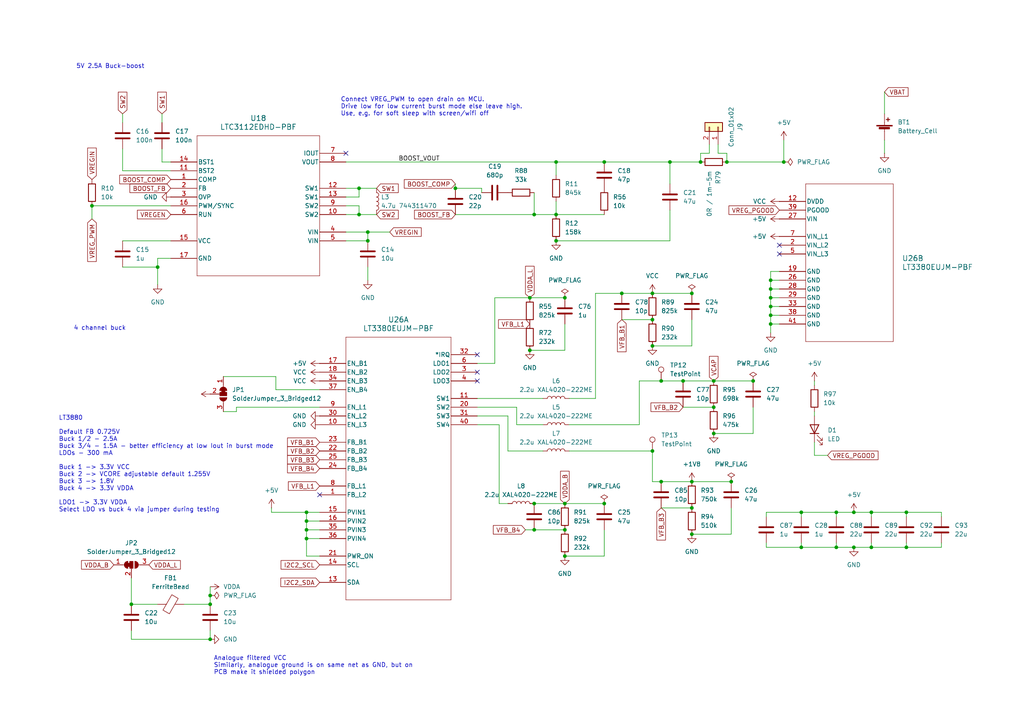
<source format=kicad_sch>
(kicad_sch (version 20231120) (generator "eeschema") (generator_version "8.0")
  (paper "A4")
  (lib_symbols
    (symbol "Connector:TestPoint" (pin_numbers hide) (pin_names (offset 0.762) hide)
      (property "Reference" "TP" (at 0 6.858 0))
      (property "Value" "TestPoint" (at 0 5.08 0))
      (symbol "TestPoint_1_1"
        (pin passive line (at 0 0 90) (length 2.54) (name "1") (number "1"))
      )
    )
    (symbol "Connector_Generic:Conn_01x02" (pin_names (offset 1.016) hide)
      (property "Reference" "J" (at 0 2.54 0))
      (property "Value" "Conn_01x02" (at 0 -5.08 0))
      (symbol "Conn_01x02_1_1"
        (pin passive line (at -5.08 0 0) (length 3.81) (name "Pin_1") (number "1"))
        (pin passive line (at -5.08 -2.54 0) (length 3.81) (name "Pin_2") (number "2"))
      )
    )
    (symbol "Device:Battery_Cell" (pin_numbers hide) (pin_names (offset 0) hide)
      (property "Reference" "BT" (at 2.54 2.54 0))
      (property "Value" "Battery_Cell" (at 2.54 0 0))
      (symbol "Battery_Cell_1_1"
        (pin passive line (at 0 5.08 270) (length 2.54) (name "+") (number "1"))
        (pin passive line (at 0 -2.54 90) (length 2.54) (name "-") (number "2"))
      )
    )
    (symbol "Device:C" (pin_numbers hide) (pin_names (offset 0.254))
      (property "Reference" "C" (at 0.635 2.54 0))
      (property "Value" "C" (at 0.635 -2.54 0))
      (symbol "C_1_1"
        (pin passive line (at 0 3.81 270) (length 2.794) (name "~") (number "1"))
        (pin passive line (at 0 -3.81 90) (length 2.794) (name "~") (number "2"))
      )
    )
    (symbol "Device:FerriteBead" (pin_numbers hide) (pin_names (offset 0))
      (property "Reference" "FB" (at -3.81 0.635 90))
      (property "Value" "FerriteBead" (at 3.81 0 90))
      (symbol "FerriteBead_1_1"
        (pin passive line (at 0 3.81 270) (length 2.54) (name "~") (number "1"))
        (pin passive line (at 0 -3.81 90) (length 2.54) (name "~") (number "2"))
      )
    )
    (symbol "Device:L" (pin_numbers hide) (pin_names (offset 1.016) hide)
      (property "Reference" "L" (at -1.27 0 90))
      (property "Value" "L" (at 1.905 0 90))
      (symbol "L_1_1"
        (pin passive line (at 0 3.81 270) (length 1.27) (name "1") (number "1"))
        (pin passive line (at 0 -3.81 90) (length 1.27) (name "2") (number "2"))
      )
    )
    (symbol "Device:LED" (pin_numbers hide) (pin_names (offset 1.016) hide)
      (property "Reference" "D" (at 0 2.54 0))
      (property "Value" "LED" (at 0 -2.54 0))
      (symbol "LED_1_1"
        (pin passive line (at -3.81 0 0) (length 2.54) (name "K") (number "1"))
        (pin passive line (at 3.81 0 180) (length 2.54) (name "A") (number "2"))
      )
    )
    (symbol "Device:R" (pin_numbers hide) (pin_names (offset 0))
      (property "Reference" "R" (at 2.032 0 90))
      (property "Value" "R" (at 0 0 90))
      (symbol "R_1_1"
        (pin passive line (at 0 3.81 270) (length 1.27) (name "~") (number "1"))
        (pin passive line (at 0 -3.81 90) (length 1.27) (name "~") (number "2"))
      )
    )
    (symbol "Jumper:SolderJumper_3_Bridged12" (pin_names (offset 0) hide) (exclude_from_sim yes) (in_bom no)
      (property "Reference" "JP" (at -2.54 -2.54 0))
      (property "Value" "SolderJumper_3_Bridged12" (at 0 2.794 0))
      (symbol "SolderJumper_3_Bridged12_1_1"
        (pin passive line (at -5.08 0 0) (length 2.54) (name "A") (number "1"))
        (pin passive line (at 0 -3.81 90) (length 2.54) (name "C") (number "2"))
        (pin passive line (at 5.08 0 180) (length 2.54) (name "B") (number "3"))
      )
    )
    (symbol "LT3380:LT3380EUJM-PBF" (pin_names (offset 0.254))
      (property "Reference" "U" (at 22.86 12.7 0))
      (property "Value" "LT3380EUJM-PBF" (at 22.86 10.16 0))
      (symbol "LT3380EUJM-PBF_1_1"
        (pin input line (at 0 -38.1 0) (length 7.62) (name "FB_L2") (number "1"))
        (pin input line (at 0 -17.78 0) (length 7.62) (name "EN_L3") (number "10"))
        (pin unspecified line (at 45.72 -10.16 180) (length 7.62) (name "SW1") (number "11"))
        (pin bidirectional line (at 0 -63.5 0) (length 7.62) (name "SDA") (number "13"))
        (pin input line (at 0 -58.42 0) (length 7.62) (name "SCL") (number "14"))
        (pin power_in line (at 0 -43.18 0) (length 7.62) (name "PVIN1") (number "15"))
        (pin power_in line (at 0 -45.72 0) (length 7.62) (name "PVIN2") (number "16"))
        (pin input line (at 0 0 0) (length 7.62) (name "EN_B1") (number "17"))
        (pin input line (at 0 -2.54 0) (length 7.62) (name "EN_B2") (number "18"))
        (pin unspecified line (at 45.72 -12.7 180) (length 7.62) (name "SW2") (number "20"))
        (pin input line (at 0 -55.88 0) (length 7.62) (name "PWR_ON") (number "21"))
        (pin input line (at 0 -25.4 0) (length 7.62) (name "FB_B2") (number "22"))
        (pin input line (at 0 -22.86 0) (length 7.62) (name "FB_B1") (number "23"))
        (pin input line (at 0 -30.48 0) (length 7.62) (name "FB_B4") (number "24"))
        (pin input line (at 0 -27.94 0) (length 7.62) (name "FB_B3") (number "25"))
        (pin output line (at 45.72 -2.54 180) (length 7.62) (name "LDO2") (number "3"))
        (pin input line (at 0 -15.24 0) (length 7.62) (name "EN_L2") (number "30"))
        (pin unspecified line (at 45.72 -15.24 180) (length 7.62) (name "SW3") (number "31"))
        (pin output line (at 45.72 2.54 180) (length 7.62) (name "*IRQ") (number "32"))
        (pin input line (at 0 -5.08 0) (length 7.62) (name "EN_B3") (number "34"))
        (pin power_in line (at 0 -48.26 0) (length 7.62) (name "PVIN3") (number "35"))
        (pin power_in line (at 0 -50.8 0) (length 7.62) (name "PVIN4") (number "36"))
        (pin input line (at 0 -7.62 0) (length 7.62) (name "EN_B4") (number "37"))
        (pin output line (at 45.72 -5.08 180) (length 7.62) (name "LDO3") (number "4"))
        (pin unspecified line (at 45.72 -17.78 180) (length 7.62) (name "SW4") (number "40"))
        (pin output line (at 45.72 0 180) (length 7.62) (name "LDO1") (number "6"))
        (pin input line (at 0 -35.56 0) (length 7.62) (name "FB_L1") (number "8"))
        (pin input line (at 0 -12.7 0) (length 7.62) (name "EN_L1") (number "9"))
      )
      (symbol "LT3380EUJM-PBF_2_1"
        (pin power_in line (at 0 0 0) (length 7.62) (name "DVDD") (number "12"))
        (pin power_out line (at 0 -20.32 0) (length 7.62) (name "GND") (number "19"))
        (pin power_in line (at 0 -12.7 0) (length 7.62) (name "VIN_L2") (number "2"))
        (pin power_out line (at 0 -22.86 0) (length 7.62) (name "GND") (number "26"))
        (pin power_in line (at 0 -5.08 0) (length 7.62) (name "VIN") (number "27"))
        (pin power_out line (at 0 -25.4 0) (length 7.62) (name "GND") (number "28"))
        (pin power_out line (at 0 -27.94 0) (length 7.62) (name "GND") (number "29"))
        (pin power_out line (at 0 -30.48 0) (length 7.62) (name "GND") (number "33"))
        (pin power_out line (at 0 -33.02 0) (length 7.62) (name "GND") (number "38"))
        (pin output line (at 0 -2.54 0) (length 7.62) (name "PGOOD") (number "39"))
        (pin power_out line (at 0 -35.56 0) (length 7.62) (name "GND") (number "41"))
        (pin power_in line (at 0 -15.24 0) (length 7.62) (name "VIN_L3") (number "5"))
        (pin power_in line (at 0 -10.16 0) (length 7.62) (name "VIN_L1") (number "7"))
      )
    )
    (symbol "LTC3112:LTC3112EDHD-PBF" (pin_names (offset 0.254))
      (property "Reference" "U" (at 25.4 12.7 0))
      (property "Value" "LTC3112EDHD-PBF" (at 25.4 10.16 0))
      (symbol "LTC3112EDHD-PBF_0_1"
        (pin unspecified line (at 0 -5.08 0) (length 7.62) (name "COMP") (number "1"))
        (pin unspecified line (at 50.8 -15.24 180) (length 7.62) (name "SW2") (number "10"))
        (pin unspecified line (at 0 -2.54 0) (length 7.62) (name "BST2") (number "11"))
        (pin unspecified line (at 50.8 -7.62 180) (length 7.62) (name "SW1") (number "12"))
        (pin unspecified line (at 50.8 -10.16 180) (length 7.62) (name "SW1") (number "13"))
        (pin unspecified line (at 0 0 0) (length 7.62) (name "BST1") (number "14"))
        (pin unspecified line (at 0 -22.86 0) (length 7.62) (name "VCC") (number "15"))
        (pin unspecified line (at 0 -12.7 0) (length 7.62) (name "PWM/SYNC") (number "16"))
        (pin unspecified line (at 0 -27.94 0) (length 7.62) (name "GND") (number "17"))
        (pin unspecified line (at 0 -7.62 0) (length 7.62) (name "FB") (number "2"))
        (pin unspecified line (at 0 -10.16 0) (length 7.62) (name "OVP") (number "3"))
        (pin unspecified line (at 50.8 -20.32 180) (length 7.62) (name "VIN") (number "4"))
        (pin unspecified line (at 50.8 -22.86 180) (length 7.62) (name "VIN") (number "5"))
        (pin unspecified line (at 0 -15.24 0) (length 7.62) (name "RUN") (number "6"))
        (pin unspecified line (at 50.8 2.54 180) (length 7.62) (name "IOUT") (number "7"))
        (pin unspecified line (at 50.8 0 180) (length 7.62) (name "VOUT") (number "8"))
        (pin unspecified line (at 50.8 -12.7 180) (length 7.62) (name "SW2") (number "9"))
      )
    )
    (symbol "power:+1V8" (power) (pin_numbers hide) (pin_names (offset 0) hide)
      (property "Value" "+1V8" (at 0 3.556 0))
      (symbol "+1V8_1_1"
        (pin power_in line (at 0 0 90) (length 0) (name "~") (number "1"))
      )
    )
    (symbol "power:+5V" (power) (pin_numbers hide) (pin_names (offset 0) hide)
      (property "Value" "+5V" (at 0 3.556 0))
      (symbol "+5V_1_1"
        (pin power_in line (at 0 0 90) (length 0) (name "~") (number "1"))
      )
    )
    (symbol "power:GND" (power) (pin_numbers hide) (pin_names (offset 0) hide)
      (property "Value" "GND" (at 0 -3.81 0))
      (symbol "GND_1_1"
        (pin power_in line (at 0 0 270) (length 0) (name "~") (number "1"))
      )
    )
    (symbol "power:PWR_FLAG" (power) (pin_numbers hide) (pin_names (offset 0) hide)
      (property "Value" "PWR_FLAG" (at 0 3.81 0))
      (symbol "PWR_FLAG_0_0"
        (pin power_out line (at 0 0 90) (length 0) (name "~") (number "1"))
      )
    )
    (symbol "power:VCC" (power) (pin_numbers hide) (pin_names (offset 0) hide)
      (property "Value" "VCC" (at 0 3.556 0))
      (symbol "VCC_1_1"
        (pin power_in line (at 0 0 90) (length 0) (name "~") (number "1"))
      )
    )
    (symbol "power:VDDA" (power) (pin_names (offset 0))
      (property "Value" "VDDA" (at 0 3.81 0))
      (symbol "VDDA_1_1"
        (pin power_in line (at 0 0 90) (length 0) hide (name "VDDA") (number "1"))
      )
    )
  )
  (junction (at 154.94 62.23))
  (junction (at 189.23 100.33))
  (junction (at 104.14 54.61))
  (junction (at 163.83 86.36))
  (junction (at 88.9 156.21))
  (junction (at 189.23 92.71))
  (junction (at 175.26 146.05))
  (junction (at 252.73 148.59))
  (junction (at 175.26 46.99))
  (junction (at 161.29 69.85))
  (junction (at 163.83 153.67))
  (junction (at 232.41 148.59))
  (junction (at 207.01 125.73))
  (junction (at 223.52 81.28))
  (junction (at 180.34 85.09))
  (junction (at 194.31 46.99))
  (junction (at 200.66 147.32))
  (junction (at 191.77 110.49))
  (junction (at 161.29 46.99))
  (junction (at 223.52 83.82))
  (junction (at 154.94 146.05))
  (junction (at 207.01 110.49))
  (junction (at 60.96 172.72))
  (junction (at 203.2 46.99))
  (junction (at 252.73 158.75))
  (junction (at 200.66 139.7))
  (junction (at 88.9 151.13))
  (junction (at 242.57 158.75))
  (junction (at 26.67 59.69))
  (junction (at 45.72 77.47))
  (junction (at 247.65 148.59))
  (junction (at 104.14 62.23))
  (junction (at 227.33 46.99))
  (junction (at 223.52 86.36))
  (junction (at 191.77 139.7))
  (junction (at 223.52 93.98))
  (junction (at 153.67 101.6))
  (junction (at 88.9 153.67))
  (junction (at 223.52 88.9))
  (junction (at 242.57 148.59))
  (junction (at 210.82 46.99))
  (junction (at 161.29 62.23))
  (junction (at 232.41 158.75))
  (junction (at 106.68 67.31))
  (junction (at 262.89 158.75))
  (junction (at 200.66 85.09))
  (junction (at 247.65 158.75))
  (junction (at 200.66 154.94))
  (junction (at 163.83 146.05))
  (junction (at 154.94 153.67))
  (junction (at 198.12 110.49))
  (junction (at 132.08 54.61))
  (junction (at 88.9 148.59))
  (junction (at 189.23 85.09))
  (junction (at 163.83 161.29))
  (junction (at 212.09 139.7))
  (junction (at 60.96 175.26))
  (junction (at 223.52 91.44))
  (junction (at 60.96 185.42))
  (junction (at 207.01 118.11))
  (junction (at 189.23 130.81))
  (junction (at 106.68 69.85))
  (junction (at 153.67 86.36))
  (junction (at 262.89 148.59))
  (junction (at 218.44 110.49))
  (junction (at 38.1 175.26))
  (no_connect (at 138.43 110.49))
  (no_connect (at 92.71 143.51))
  (no_connect (at 138.43 107.95))
  (no_connect (at 100.33 44.45))
  (no_connect (at 138.43 102.87))
  (no_connect (at 226.06 73.66))
  (no_connect (at 226.06 71.12))
  (wire (pts (xy 163.83 101.6) (xy 163.83 93.98)))
  (wire (pts (xy 147.32 130.81) (xy 157.48 130.81)))
  (wire (pts (xy 53.34 175.26) (xy 60.96 175.26)))
  (wire (pts (xy 207.01 110.49) (xy 218.44 110.49)))
  (wire (pts (xy 38.1 167.64) (xy 38.1 175.26)))
  (wire (pts (xy 262.89 148.59) (xy 262.89 149.86)))
  (wire (pts (xy 104.14 57.15) (xy 104.14 54.61)))
  (wire (pts (xy 132.08 62.23) (xy 154.94 62.23)))
  (wire (pts (xy 232.41 148.59) (xy 232.41 149.86)))
  (wire (pts (xy 212.09 147.32) (xy 212.09 154.94)))
  (wire (pts (xy 154.94 55.88) (xy 154.94 62.23)))
  (wire (pts (xy 104.14 54.61) (xy 109.22 54.61)))
  (wire (pts (xy 154.94 62.23) (xy 161.29 62.23)))
  (wire (pts (xy 88.9 156.21) (xy 92.71 156.21)))
  (wire (pts (xy 78.74 148.59) (xy 78.74 147.32)))
  (wire (pts (xy 60.96 172.72) (xy 60.96 175.26)))
  (wire (pts (xy 175.26 46.99) (xy 194.31 46.99)))
  (wire (pts (xy 165.1 130.81) (xy 189.23 130.81)))
  (wire (pts (xy 223.52 88.9) (xy 226.06 88.9)))
  (wire (pts (xy 49.53 74.93) (xy 45.72 74.93)))
  (wire (pts (xy 147.32 120.65) (xy 147.32 130.81)))
  (wire (pts (xy 88.9 148.59) (xy 88.9 151.13)))
  (wire (pts (xy 223.52 83.82) (xy 226.06 83.82)))
  (wire (pts (xy 88.9 153.67) (xy 92.71 153.67)))
  (wire (pts (xy 35.56 77.47) (xy 45.72 77.47)))
  (wire (pts (xy 273.05 157.48) (xy 273.05 158.75)))
  (wire (pts (xy 223.52 88.9) (xy 223.52 91.44)))
  (wire (pts (xy 163.83 146.05) (xy 175.26 146.05)))
  (wire (pts (xy 172.72 115.57) (xy 172.72 85.09)))
  (wire (pts (xy 104.14 59.69) (xy 104.14 62.23)))
  (wire (pts (xy 198.12 110.49) (xy 207.01 110.49)))
  (wire (pts (xy 223.52 86.36) (xy 223.52 88.9)))
  (wire (pts (xy 80.01 109.22) (xy 80.01 113.03)))
  (wire (pts (xy 138.43 120.65) (xy 147.32 120.65)))
  (wire (pts (xy 64.77 109.22) (xy 80.01 109.22)))
  (wire (pts (xy 236.22 132.08) (xy 240.03 132.08)))
  (wire (pts (xy 180.34 92.71) (xy 189.23 92.71)))
  (wire (pts (xy 153.67 101.6) (xy 163.83 101.6)))
  (wire (pts (xy 200.66 92.71) (xy 200.66 100.33)))
  (wire (pts (xy 200.66 100.33) (xy 189.23 100.33)))
  (wire (pts (xy 60.96 170.18) (xy 60.96 172.72)))
  (wire (pts (xy 223.52 81.28) (xy 223.52 83.82)))
  (wire (pts (xy 252.73 148.59) (xy 252.73 149.86)))
  (wire (pts (xy 273.05 158.75) (xy 262.89 158.75)))
  (wire (pts (xy 273.05 149.86) (xy 273.05 148.59)))
  (wire (pts (xy 242.57 158.75) (xy 247.65 158.75)))
  (wire (pts (xy 100.33 54.61) (xy 104.14 54.61)))
  (wire (pts (xy 88.9 151.13) (xy 92.71 151.13)))
  (wire (pts (xy 227.33 40.64) (xy 227.33 46.99)))
  (wire (pts (xy 138.43 105.41) (xy 143.51 105.41)))
  (wire (pts (xy 35.56 69.85) (xy 49.53 69.85)))
  (wire (pts (xy 35.56 33.02) (xy 35.56 35.56)))
  (wire (pts (xy 262.89 158.75) (xy 252.73 158.75)))
  (wire (pts (xy 189.23 85.09) (xy 200.66 85.09)))
  (wire (pts (xy 223.52 91.44) (xy 223.52 93.98)))
  (wire (pts (xy 172.72 85.09) (xy 180.34 85.09)))
  (wire (pts (xy 100.33 59.69) (xy 104.14 59.69)))
  (wire (pts (xy 242.57 157.48) (xy 242.57 158.75)))
  (wire (pts (xy 218.44 118.11) (xy 218.44 125.73)))
  (wire (pts (xy 223.52 81.28) (xy 226.06 81.28)))
  (wire (pts (xy 222.25 158.75) (xy 232.41 158.75)))
  (wire (pts (xy 236.22 119.38) (xy 236.22 120.65)))
  (wire (pts (xy 189.23 139.7) (xy 191.77 139.7)))
  (wire (pts (xy 180.34 85.09) (xy 189.23 85.09)))
  (wire (pts (xy 252.73 158.75) (xy 247.65 158.75)))
  (wire (pts (xy 262.89 148.59) (xy 252.73 148.59)))
  (wire (pts (xy 252.73 148.59) (xy 247.65 148.59)))
  (wire (pts (xy 198.12 118.11) (xy 207.01 118.11)))
  (wire (pts (xy 152.4 153.67) (xy 154.94 153.67)))
  (wire (pts (xy 232.41 157.48) (xy 232.41 158.75)))
  (wire (pts (xy 194.31 69.85) (xy 161.29 69.85)))
  (wire (pts (xy 191.77 147.32) (xy 200.66 147.32)))
  (wire (pts (xy 161.29 50.8) (xy 161.29 46.99)))
  (wire (pts (xy 194.31 60.96) (xy 194.31 69.85)))
  (wire (pts (xy 38.1 185.42) (xy 60.96 185.42)))
  (wire (pts (xy 154.94 153.67) (xy 163.83 153.67)))
  (wire (pts (xy 26.67 59.69) (xy 26.67 63.5)))
  (wire (pts (xy 80.01 113.03) (xy 92.71 113.03)))
  (wire (pts (xy 226.06 93.98) (xy 223.52 93.98)))
  (wire (pts (xy 208.28 41.91) (xy 208.28 44.45)))
  (wire (pts (xy 143.51 86.36) (xy 153.67 86.36)))
  (wire (pts (xy 138.43 123.19) (xy 144.78 123.19)))
  (wire (pts (xy 223.52 93.98) (xy 223.52 96.52)))
  (wire (pts (xy 222.25 157.48) (xy 222.25 158.75)))
  (wire (pts (xy 100.33 46.99) (xy 161.29 46.99)))
  (wire (pts (xy 92.71 118.11) (xy 68.58 118.11)))
  (wire (pts (xy 252.73 157.48) (xy 252.73 158.75)))
  (wire (pts (xy 35.56 49.53) (xy 49.53 49.53)))
  (wire (pts (xy 154.94 146.05) (xy 163.83 146.05)))
  (wire (pts (xy 205.74 44.45) (xy 205.74 41.91)))
  (wire (pts (xy 88.9 151.13) (xy 88.9 153.67)))
  (wire (pts (xy 157.48 123.19) (xy 149.86 123.19)))
  (wire (pts (xy 223.52 78.74) (xy 223.52 81.28)))
  (wire (pts (xy 175.26 161.29) (xy 163.83 161.29)))
  (wire (pts (xy 35.56 43.18) (xy 35.56 49.53)))
  (wire (pts (xy 226.06 78.74) (xy 223.52 78.74)))
  (wire (pts (xy 46.99 46.99) (xy 49.53 46.99)))
  (wire (pts (xy 106.68 67.31) (xy 113.03 67.31)))
  (wire (pts (xy 26.67 59.69) (xy 49.53 59.69)))
  (wire (pts (xy 222.25 148.59) (xy 232.41 148.59)))
  (wire (pts (xy 139.7 55.88) (xy 139.7 54.61)))
  (wire (pts (xy 175.26 153.67) (xy 175.26 161.29)))
  (wire (pts (xy 232.41 148.59) (xy 242.57 148.59)))
  (wire (pts (xy 203.2 46.99) (xy 203.2 44.45)))
  (wire (pts (xy 222.25 149.86) (xy 222.25 148.59)))
  (wire (pts (xy 88.9 148.59) (xy 78.74 148.59)))
  (wire (pts (xy 138.43 118.11) (xy 149.86 118.11)))
  (wire (pts (xy 256.54 26.67) (xy 256.54 33.02)))
  (wire (pts (xy 203.2 44.45) (xy 205.74 44.45)))
  (wire (pts (xy 218.44 125.73) (xy 207.01 125.73)))
  (wire (pts (xy 273.05 148.59) (xy 262.89 148.59)))
  (wire (pts (xy 189.23 139.7) (xy 189.23 130.81)))
  (wire (pts (xy 38.1 182.88) (xy 38.1 185.42)))
  (wire (pts (xy 223.52 86.36) (xy 226.06 86.36)))
  (wire (pts (xy 106.68 77.47) (xy 106.68 81.28)))
  (wire (pts (xy 88.9 153.67) (xy 88.9 156.21)))
  (wire (pts (xy 88.9 156.21) (xy 88.9 161.29)))
  (wire (pts (xy 256.54 40.64) (xy 256.54 44.45)))
  (wire (pts (xy 45.72 74.93) (xy 45.72 77.47)))
  (wire (pts (xy 208.28 44.45) (xy 210.82 44.45)))
  (wire (pts (xy 100.33 67.31) (xy 106.68 67.31)))
  (wire (pts (xy 45.72 77.47) (xy 45.72 82.55)))
  (wire (pts (xy 191.77 110.49) (xy 198.12 110.49)))
  (wire (pts (xy 92.71 148.59) (xy 88.9 148.59)))
  (wire (pts (xy 143.51 105.41) (xy 143.51 86.36)))
  (wire (pts (xy 138.43 115.57) (xy 157.48 115.57)))
  (wire (pts (xy 68.58 119.38) (xy 64.77 119.38)))
  (wire (pts (xy 185.42 110.49) (xy 191.77 110.49)))
  (wire (pts (xy 153.67 86.36) (xy 163.83 86.36)))
  (wire (pts (xy 161.29 58.42) (xy 161.29 62.23)))
  (wire (pts (xy 165.1 123.19) (xy 185.42 123.19)))
  (wire (pts (xy 165.1 115.57) (xy 172.72 115.57)))
  (wire (pts (xy 210.82 46.99) (xy 227.33 46.99)))
  (wire (pts (xy 132.08 53.34) (xy 132.08 54.61)))
  (wire (pts (xy 242.57 148.59) (xy 242.57 149.86)))
  (wire (pts (xy 185.42 123.19) (xy 185.42 110.49)))
  (wire (pts (xy 262.89 157.48) (xy 262.89 158.75)))
  (wire (pts (xy 139.7 54.61) (xy 132.08 54.61)))
  (wire (pts (xy 46.99 33.02) (xy 46.99 35.56)))
  (wire (pts (xy 100.33 57.15) (xy 104.14 57.15)))
  (wire (pts (xy 200.66 139.7) (xy 212.09 139.7)))
  (wire (pts (xy 242.57 148.59) (xy 247.65 148.59)))
  (wire (pts (xy 104.14 62.23) (xy 109.22 62.23)))
  (wire (pts (xy 100.33 69.85) (xy 106.68 69.85)))
  (wire (pts (xy 100.33 62.23) (xy 104.14 62.23)))
  (wire (pts (xy 194.31 46.99) (xy 194.31 53.34)))
  (wire (pts (xy 144.78 123.19) (xy 144.78 146.05)))
  (wire (pts (xy 106.68 67.31) (xy 106.68 69.85)))
  (wire (pts (xy 161.29 46.99) (xy 175.26 46.99)))
  (wire (pts (xy 161.29 62.23) (xy 175.26 62.23)))
  (wire (pts (xy 144.78 146.05) (xy 147.32 146.05)))
  (wire (pts (xy 223.52 91.44) (xy 226.06 91.44)))
  (wire (pts (xy 38.1 175.26) (xy 45.72 175.26)))
  (wire (pts (xy 236.22 128.27) (xy 236.22 132.08)))
  (wire (pts (xy 88.9 161.29) (xy 92.71 161.29)))
  (wire (pts (xy 212.09 154.94) (xy 200.66 154.94)))
  (wire (pts (xy 232.41 158.75) (xy 242.57 158.75)))
  (wire (pts (xy 149.86 118.11) (xy 149.86 123.19)))
  (wire (pts (xy 46.99 43.18) (xy 46.99 46.99)))
  (wire (pts (xy 236.22 110.49) (xy 236.22 111.76)))
  (wire (pts (xy 223.52 83.82) (xy 223.52 86.36)))
  (wire (pts (xy 194.31 46.99) (xy 203.2 46.99)))
  (wire (pts (xy 60.96 182.88) (xy 60.96 185.42)))
  (wire (pts (xy 210.82 44.45) (xy 210.82 46.99)))
  (wire (pts (xy 68.58 118.11) (xy 68.58 119.38)))
  (wire (pts (xy 191.77 139.7) (xy 200.66 139.7)))
  (text "5V 2.5A Buck-boost" (at 32.004 19.304 0) (effects (font (size 1.27 1.27))))
  (text "Connect VREG_PWM to open drain on MCU.\nDrive low for low current burst mode else leave high.\nUse, e.g. for soft sleep with screen/wifi off" (at 98.806 33.782 0) (effects (font (size 1.27 1.27)) (justify left bottom)))
  (text "LT3880\n\nDefault FB 0.725V\nBuck 1/2 - 2.5A\nBuck 3/4 - 1.5A - better efficiency at low Iout in burst mode\nLDOs - 300 mA\n\nBuck 1 -> 3.3V VCC\nBuck 2 -> VCORE adjustable default 1.255V\nBuck 3 -> 1.8V\nBuck 4 -> 3.3V VDDA\n\nLDO1 -> 3.3V VDDA\nSelect LDO vs buck 4 via jumper during testing" (at 17.018 134.62 0) (effects (font (size 1.27 1.27)) (justify left)))
  (text "Analogue filtered VCC\nSimilarly, analogue ground is on same net as GND, but on\nPCB make it shielded polygon" (at 61.976 195.834 0) (effects (font (size 1.27 1.27)) (justify left bottom)))
  (text "4 channel buck" (at 28.956 95.25 0) (effects (font (size 1.27 1.27))))
  (label "BOOST_VOUT" (at 115.57 46.99 0))
  (global_label "BOOST_COMP" (shape input) (at 132.08 53.34 180) (property "Intersheetrefs" "${INTERSHEET_REFS}" (effects (hide yes))))
  (global_label "VREGEN" (shape input) (at 49.53 62.23 180) (property "Intersheetrefs" "${INTERSHEET_REFS}" (effects (hide yes))))
  (global_label "VFB_B2" (shape input) (at 198.12 118.11 180) (property "Intersheetrefs" "${INTERSHEET_REFS}" (effects (hide yes))))
  (global_label "VFB_B4" (shape input) (at 92.71 135.89 180) (property "Intersheetrefs" "${INTERSHEET_REFS}" (effects (hide yes))))
  (global_label "VREGIN" (shape input) (at 113.03 67.31 0) (property "Intersheetrefs" "${INTERSHEET_REFS}" (effects (hide yes))))
  (global_label "VFB_B3" (shape input) (at 92.71 133.35 180) (property "Intersheetrefs" "${INTERSHEET_REFS}" (effects (hide yes))))
  (global_label "VFB_L1" (shape input) (at 92.71 140.97 180) (property "Intersheetrefs" "${INTERSHEET_REFS}" (effects (hide yes))))
  (global_label "VFB_B1" (shape input) (at 180.34 92.71 270) (property "Intersheetrefs" "${INTERSHEET_REFS}" (effects (hide yes))))
  (global_label "VREGIN" (shape input) (at 26.67 52.07 90) (property "Intersheetrefs" "${INTERSHEET_REFS}" (effects (hide yes))))
  (global_label "BOOST_FB" (shape input) (at 132.08 62.23 180) (property "Intersheetrefs" "${INTERSHEET_REFS}" (effects (hide yes))))
  (global_label "VFB_L1" (shape input) (at 153.67 93.98 180) (property "Intersheetrefs" "${INTERSHEET_REFS}" (effects (hide yes))))
  (global_label "I2C2_SDA" (shape input) (at 92.71 168.91 180) (property "Intersheetrefs" "${INTERSHEET_REFS}" (effects (hide yes))))
  (global_label "VREG_PGOOD" (shape input) (at 240.03 132.08 0) (property "Intersheetrefs" "${INTERSHEET_REFS}" (effects (hide yes))))
  (global_label "SW1" (shape input) (at 109.22 54.61 0) (property "Intersheetrefs" "${INTERSHEET_REFS}" (effects (hide yes))))
  (global_label "SW2" (shape input) (at 109.22 62.23 0) (property "Intersheetrefs" "${INTERSHEET_REFS}" (effects (hide yes))))
  (global_label "SW2" (shape input) (at 35.56 33.02 90) (property "Intersheetrefs" "${INTERSHEET_REFS}" (effects (hide yes))))
  (global_label "VREG_PGOOD" (shape input) (at 226.06 60.96 180) (property "Intersheetrefs" "${INTERSHEET_REFS}" (effects (hide yes))))
  (global_label "VDDA_B" (shape input) (at 163.83 146.05 90) (property "Intersheetrefs" "${INTERSHEET_REFS}" (effects (hide yes))))
  (global_label "VCAP" (shape input) (at 207.01 110.49 90) (property "Intersheetrefs" "${INTERSHEET_REFS}" (effects (hide yes))))
  (global_label "SW1" (shape input) (at 46.99 33.02 90) (property "Intersheetrefs" "${INTERSHEET_REFS}" (effects (hide yes))))
  (global_label "VDDA_B" (shape input) (at 33.02 163.83 180) (property "Intersheetrefs" "${INTERSHEET_REFS}" (effects (hide yes))))
  (global_label "VFB_B2" (shape input) (at 92.71 130.81 180) (property "Intersheetrefs" "${INTERSHEET_REFS}" (effects (hide yes))))
  (global_label "VDDA_L" (shape input) (at 153.67 86.36 90) (property "Intersheetrefs" "${INTERSHEET_REFS}" (effects (hide yes))))
  (global_label "VDDA_L" (shape input) (at 43.18 163.83 0) (property "Intersheetrefs" "${INTERSHEET_REFS}" (effects (hide yes))))
  (global_label "BOOST_FB" (shape input) (at 49.53 54.61 180) (property "Intersheetrefs" "${INTERSHEET_REFS}" (effects (hide yes))))
  (global_label "VBAT" (shape input) (at 256.54 26.67 0) (property "Intersheetrefs" "${INTERSHEET_REFS}" (effects (hide yes))))
  (global_label "VFB_B4" (shape input) (at 152.4 153.67 180) (property "Intersheetrefs" "${INTERSHEET_REFS}" (effects (hide yes))))
  (global_label "VREG_PWM" (shape input) (at 26.67 63.5 270) (property "Intersheetrefs" "${INTERSHEET_REFS}" (effects (hide yes))))
  (global_label "BOOST_COMP" (shape input) (at 49.53 52.07 180) (property "Intersheetrefs" "${INTERSHEET_REFS}" (effects (hide yes))))
  (global_label "VFB_B3" (shape input) (at 191.77 147.32 270) (property "Intersheetrefs" "${INTERSHEET_REFS}" (effects (hide yes))))
  (global_label "VFB_B1" (shape input) (at 92.71 128.27 180) (property "Intersheetrefs" "${INTERSHEET_REFS}" (effects (hide yes))))
  (global_label "I2C2_SCL" (shape input) (at 92.71 163.83 180) (property "Intersheetrefs" "${INTERSHEET_REFS}" (effects (hide yes))))
  (symbol (lib_id "Jumper:SolderJumper_3_Bridged12") (at 64.77 114.3 270) (unit 1) (exclude_from_sim yes) (in_bom no)
    (property "Reference" "JP1" (at 67.31 113.0299 90) (effects (justify left)))
    (property "Value" "SolderJumper_3_Bridged12" (at 67.31 115.5699 90) (effects (justify left)))
    (property "Footprint" "Jumper:SolderJumper-3_P1.3mm_Open_Pad1.0x1.5mm_NumberLabels" (effects (hide yes)))
    (property "Description" "3-pole Solder Jumper, pins 1+2 closed/bridged" (effects (hide yes)))
  )
  (symbol (lib_id "power:VCC") (at 92.71 107.95 90) (unit 1)
    (property "Reference" "#PWR0102" (effects (hide yes)))
    (property "Value" "VCC" (at 88.9 107.9499 90) (effects (justify left)))
    (property "Description" "Power symbol creates a global label with name \"VCC\"" (effects (hide yes)))
  )
  (symbol (lib_id "power:PWR_FLAG") (at 163.83 86.36 0) (unit 1)
    (property "Reference" "#FLG010" (effects (hide yes)))
    (property "Value" "PWR_FLAG" (at 163.83 81.28 0))
    (property "Description" "Special symbol for telling ERC where power comes from" (effects (hide yes)))
  )
  (symbol (lib_id "Device:R") (at 189.23 96.52 0) (unit 1)
    (property "Reference" "R90" (at 191.77 95.2499 0) (effects (justify left)))
    (property "Value" "232k" (at 191.77 97.7899 0) (effects (justify left)))
    (property "Footprint" "Resistor_SMD:R_0603_1608Metric" (effects (hide yes)))
    (property "Description" "Resistor" (effects (hide yes)))
  )
  (symbol (lib_id "power:GND") (at 207.01 125.73 0) (unit 1)
    (property "Reference" "#PWR0126" (effects (hide yes)))
    (property "Value" "GND" (at 207.01 130.81 0))
    (property "Description" "Power symbol creates a global label with name \"GND\" , ground" (effects (hide yes)))
  )
  (symbol (lib_id "power:+5V") (at 226.06 68.58 90) (unit 1)
    (property "Reference" "#PWR0117" (effects (hide yes)))
    (property "Value" "+5V" (at 222.25 68.5799 90) (effects (justify left)))
    (property "Description" "Power symbol creates a global label with name \"+5V\"" (effects (hide yes)))
  )
  (symbol (lib_id "Device:L") (at 161.29 115.57 270) (mirror x) (unit 1)
    (property "Reference" "L6" (at 161.29 110.49 90))
    (property "Value" "2.2u XAL4020-222ME" (at 161.29 113.03 90))
    (property "Footprint" "Inductor_SMD:L_Coilcraft_XAL4020-XXX" (effects (hide yes)))
    (property "Description" "Inductor" (effects (hide yes)))
  )
  (symbol (lib_id "power:GND") (at 45.72 82.55 0) (unit 1)
    (property "Reference" "#PWR09" (effects (hide yes)))
    (property "Value" "GND" (at 45.72 87.63 0))
    (property "Description" "Power symbol creates a global label with name \"GND\" , ground" (effects (hide yes)))
  )
  (symbol (lib_id "power:VCC") (at 92.71 110.49 90) (unit 1)
    (property "Reference" "#PWR0111" (effects (hide yes)))
    (property "Value" "VCC" (at 88.9 110.4899 90) (effects (justify left)))
    (property "Description" "Power symbol creates a global label with name \"VCC\"" (effects (hide yes)))
  )
  (symbol (lib_id "power:GND") (at 60.96 185.42 90) (unit 1)
    (property "Reference" "#PWR092" (effects (hide yes)))
    (property "Value" "GND" (at 64.77 185.4199 90) (effects (justify right)))
  )
  (symbol (lib_id "Device:C") (at 163.83 90.17 0) (unit 1)
    (property "Reference" "C76" (at 167.64 88.8999 0) (effects (justify left)))
    (property "Value" "1u" (at 167.64 91.4399 0) (effects (justify left)))
    (property "Footprint" "Capacitor_SMD:C_0805_2012Metric" (effects (hide yes)))
    (property "Description" "Unpolarized capacitor" (effects (hide yes)))
  )
  (symbol (lib_id "Device:C") (at 194.31 57.15 0) (unit 1)
    (property "Reference" "C21" (at 198.12 55.8799 0) (effects (justify left)))
    (property "Value" "47u" (at 198.12 58.4199 0) (effects (justify left)))
    (property "Footprint" "Capacitor_SMD:C_1206_3216Metric" (effects (hide yes)))
    (property "Description" "Unpolarized capacitor" (effects (hide yes)))
  )
  (symbol (lib_id "LT3380:LT3380EUJM-PBF") (at 226.06 58.42 0) (unit 2)
    (property "Reference" "U26" (at 261.62 74.9299 0) (effects (font (size 1.524 1.524)) (justify left)))
    (property "Value" "LT3380EUJM-PBF" (at 261.62 77.4699 0) (effects (font (size 1.524 1.524)) (justify left)))
    (property "Footprint" "STM32H7S7:05-08-1681_ADI" (effects (hide yes)))
    (property "Datasheet" "LT3380EUJM-PBF" (effects (hide yes)))
  )
  (symbol (lib_id "Device:R") (at 151.13 55.88 90) (unit 1)
    (property "Reference" "R88" (at 151.13 49.53 90))
    (property "Value" "33k" (at 151.13 52.07 90))
    (property "Footprint" "Resistor_SMD:R_0603_1608Metric" (effects (hide yes)))
    (property "Description" "Resistor" (effects (hide yes)))
  )
  (symbol (lib_id "Device:L") (at 109.22 58.42 0) (unit 1)
    (property "Reference" "L3" (at 110.49 57.1499 0) (effects (justify left)))
    (property "Value" "4.7u 744311470" (at 110.49 59.6899 0) (effects (justify left)))
    (property "Footprint" "Inductor_SMD:L_Wuerth_HCI-7030" (effects (hide yes)))
    (property "Description" "Inductor" (effects (hide yes)))
  )
  (symbol (lib_id "power:VDDA") (at 60.96 170.18 270) (unit 1)
    (property "Reference" "#PWR093" (effects (hide yes)))
    (property "Value" "VDDA" (at 64.77 170.1799 90) (effects (justify left)))
  )
  (symbol (lib_id "Device:C") (at 273.05 153.67 0) (unit 1)
    (property "Reference" "C93" (at 276.86 152.3999 0) (effects (justify left)))
    (property "Value" "22u" (at 276.86 154.9399 0) (effects (justify left)))
    (property "Footprint" "Capacitor_SMD:C_0805_2012Metric" (effects (hide yes)))
    (property "Description" "Unpolarized capacitor" (effects (hide yes)))
  )
  (symbol (lib_id "power:GND") (at 189.23 100.33 0) (unit 1)
    (property "Reference" "#PWR0121" (effects (hide yes)))
    (property "Value" "GND" (at 189.23 105.41 0))
    (property "Description" "Power symbol creates a global label with name \"GND\" , ground" (effects (hide yes)))
  )
  (symbol (lib_id "Device:L") (at 161.29 123.19 270) (mirror x) (unit 1)
    (property "Reference" "L5" (at 161.29 118.11 90))
    (property "Value" "2.2u XAL4020-222ME" (at 161.29 120.65 90))
    (property "Footprint" "Inductor_SMD:L_Coilcraft_XAL4020-XXX" (effects (hide yes)))
    (property "Description" "Inductor" (effects (hide yes)))
  )
  (symbol (lib_id "power:PWR_FLAG") (at 227.33 46.99 270) (unit 1)
    (property "Reference" "#FLG06" (effects (hide yes)))
    (property "Value" "PWR_FLAG" (at 231.14 46.9899 90) (effects (justify left)))
    (property "Description" "Special symbol for telling ERC where power comes from" (effects (hide yes)))
  )
  (symbol (lib_id "Device:C") (at 180.34 88.9 0) (unit 1)
    (property "Reference" "C78" (at 184.15 87.6299 0) (effects (justify left)))
    (property "Value" "10p" (at 184.15 90.1699 0) (effects (justify left)))
    (property "Footprint" "Capacitor_SMD:C_0603_1608Metric" (effects (hide yes)))
    (property "Description" "Unpolarized capacitor" (effects (hide yes)))
  )
  (symbol (lib_id "power:GND") (at 92.71 123.19 270) (unit 1)
    (property "Reference" "#PWR0193" (effects (hide yes)))
    (property "Value" "GND" (at 88.9 123.1899 90) (effects (justify right)))
    (property "Description" "Power symbol creates a global label with name \"GND\" , ground" (effects (hide yes)))
  )
  (symbol (lib_id "Device:LED") (at 236.22 124.46 90) (unit 1)
    (property "Reference" "D1" (at 240.03 124.7774 90) (effects (justify right)))
    (property "Value" "LED" (at 240.03 127.3174 90) (effects (justify right)))
    (property "Footprint" "LED_SMD:LED_0603_1608Metric" (effects (hide yes)))
    (property "Description" "Light emitting diode" (effects (hide yes)))
  )
  (symbol (lib_id "Connector:TestPoint") (at 189.23 130.81 0) (unit 1)
    (property "Reference" "TP13" (at 191.77 126.2379 0) (effects (justify left)))
    (property "Value" "TestPoint" (at 191.77 128.7779 0) (effects (justify left)))
    (property "Footprint" "TestPoint:TestPoint_Pad_D1.0mm" (effects (hide yes)))
    (property "Description" "test point" (effects (hide yes)))
  )
  (symbol (lib_id "Device:R") (at 207.01 46.99 270) (unit 1)
    (property "Reference" "R79" (at 208.28 49.53 0) (effects (justify left)))
    (property "Value" "0R / 1m-5m" (at 205.74 49.53 0) (effects (justify left)))
    (property "Footprint" "Resistor_SMD:R_2512_6332Metric" (effects (hide yes)))
  )
  (symbol (lib_id "Device:C") (at 222.25 153.67 0) (unit 1)
    (property "Reference" "C87" (at 226.06 152.3999 0) (effects (justify left)))
    (property "Value" "1u" (at 226.06 154.9399 0) (effects (justify left)))
    (property "Footprint" "Capacitor_SMD:C_0805_2012Metric" (effects (hide yes)))
    (property "Description" "Unpolarized capacitor" (effects (hide yes)))
  )
  (symbol (lib_id "Device:Battery_Cell") (at 256.54 38.1 0) (unit 1)
    (property "Reference" "BT1" (at 260.35 35.433 0) (effects (justify left)))
    (property "Value" "Battery_Cell" (at 260.35 37.973 0) (effects (justify left)))
    (property "Footprint" "Battery:BatteryHolder_Keystone_3002_1x2032" (effects (hide yes)))
  )
  (symbol (lib_id "Device:C") (at 200.66 88.9 0) (unit 1)
    (property "Reference" "C24" (at 204.47 87.6299 0) (effects (justify left)))
    (property "Value" "47u" (at 204.47 90.1699 0) (effects (justify left)))
    (property "Footprint" "Capacitor_SMD:C_1206_3216Metric" (effects (hide yes)))
    (property "Description" "Unpolarized capacitor" (effects (hide yes)))
  )
  (symbol (lib_id "power:VCC") (at 226.06 58.42 90) (unit 1)
    (property "Reference" "#PWR0115" (effects (hide yes)))
    (property "Value" "VCC" (at 222.25 58.4199 90) (effects (justify left)))
    (property "Description" "Power symbol creates a global label with name \"VCC\"" (effects (hide yes)))
  )
  (symbol (lib_id "power:GND") (at 92.71 120.65 270) (unit 1)
    (property "Reference" "#PWR0159" (effects (hide yes)))
    (property "Value" "GND" (at 88.9 120.6499 90) (effects (justify right)))
    (property "Description" "Power symbol creates a global label with name \"GND\" , ground" (effects (hide yes)))
  )
  (symbol (lib_id "Device:C") (at 35.56 39.37 0) (unit 1)
    (property "Reference" "C16" (at 39.37 38.0999 0) (effects (justify left)))
    (property "Value" "100n" (at 39.37 40.6399 0) (effects (justify left)))
    (property "Footprint" "Capacitor_SMD:C_0603_1608Metric" (effects (hide yes)))
    (property "Description" "Unpolarized capacitor" (effects (hide yes)))
  )
  (symbol (lib_id "Device:C") (at 262.89 153.67 0) (unit 1)
    (property "Reference" "C92" (at 266.7 152.3999 0) (effects (justify left)))
    (property "Value" "22u" (at 266.7 154.9399 0) (effects (justify left)))
    (property "Footprint" "Capacitor_SMD:C_0805_2012Metric" (effects (hide yes)))
    (property "Description" "Unpolarized capacitor" (effects (hide yes)))
  )
  (symbol (lib_id "Device:L") (at 161.29 130.81 270) (mirror x) (unit 1)
    (property "Reference" "L7" (at 161.29 125.73 90))
    (property "Value" "2.2u XAL4020-222ME" (at 161.29 128.27 90))
    (property "Footprint" "Inductor_SMD:L_Coilcraft_XAL4020-XXX" (effects (hide yes)))
    (property "Description" "Inductor" (effects (hide yes)))
  )
  (symbol (lib_id "Device:R") (at 175.26 58.42 0) (unit 1)
    (property "Reference" "R56" (at 177.8 57.1499 0) (effects (justify left)))
    (property "Value" "10k" (at 177.8 59.6899 0) (effects (justify left)))
    (property "Footprint" "Resistor_SMD:R_0603_1608Metric" (effects (hide yes)))
    (property "Description" "Resistor" (effects (hide yes)))
  )
  (symbol (lib_id "Device:R") (at 153.67 90.17 0) (unit 1)
    (property "Reference" "R55" (at 156.21 88.8999 0) (effects (justify left)))
    (property "Value" "825k" (at 156.21 91.4399 0) (effects (justify left)))
    (property "Footprint" "Resistor_SMD:R_0603_1608Metric" (effects (hide yes)))
    (property "Description" "Resistor" (effects (hide yes)))
  )
  (symbol (lib_id "power:GND") (at 256.54 44.45 0) (unit 1)
    (property "Reference" "#PWR089" (effects (hide yes)))
    (property "Value" "GND" (at 256.54 49.53 0))
  )
  (symbol (lib_id "Device:C") (at 198.12 114.3 0) (unit 1)
    (property "Reference" "C77" (at 201.93 113.0299 0) (effects (justify left)))
    (property "Value" "10p" (at 201.93 115.5699 0) (effects (justify left)))
    (property "Footprint" "Capacitor_SMD:C_0603_1608Metric" (effects (hide yes)))
    (property "Description" "Unpolarized capacitor" (effects (hide yes)))
  )
  (symbol (lib_id "Device:C") (at 38.1 179.07 0) (unit 1)
    (property "Reference" "C22" (at 41.91 177.8 0) (effects (justify left)))
    (property "Value" "10u" (at 41.91 180.34 0) (effects (justify left)))
    (property "Footprint" "Capacitor_SMD:C_0805_2012Metric" (effects (hide yes)))
  )
  (symbol (lib_id "LTC3112:LTC3112EDHD-PBF") (at 49.53 46.99 0) (unit 1)
    (property "Reference" "U18" (at 74.93 34.29 0) (effects (font (size 1.524 1.524))))
    (property "Value" "LTC3112EDHD-PBF" (at 74.93 36.83 0) (effects (font (size 1.524 1.524))))
    (property "Footprint" "STM32H7S7:LTC3112EDHD-PBF_ADI" (effects (hide yes)))
    (property "Datasheet" "LTC3112EDHD-PBF" (effects (hide yes)))
  )
  (symbol (lib_id "Connector_Generic:Conn_01x02") (at 208.28 36.83 270) (mirror x) (unit 1)
    (property "Reference" "J9" (at 214.63 36.83 0))
    (property "Value" "Conn_01x02" (at 212.09 36.83 0))
    (property "Footprint" "Connector_PinHeader_2.54mm:PinHeader_1x02_P2.54mm_Vertical" (effects (hide yes)))
  )
  (symbol (lib_id "power:+5V") (at 226.06 63.5 90) (unit 1)
    (property "Reference" "#PWR0116" (effects (hide yes)))
    (property "Value" "+5V" (at 222.25 63.4999 90) (effects (justify left)))
    (property "Description" "Power symbol creates a global label with name \"+5V\"" (effects (hide yes)))
  )
  (symbol (lib_id "Device:R") (at 236.22 115.57 0) (unit 1)
    (property "Reference" "R97" (at 238.76 114.2999 0) (effects (justify left)))
    (property "Value" "10k" (at 238.76 116.8399 0) (effects (justify left)))
    (property "Footprint" "Resistor_SMD:R_0603_1608Metric" (effects (hide yes)))
    (property "Description" "Resistor" (effects (hide yes)))
  )
  (symbol (lib_id "power:+5V") (at 92.71 105.41 90) (unit 1)
    (property "Reference" "#PWR091" (effects (hide yes)))
    (property "Value" "+5V" (at 88.9 105.4099 90) (effects (justify left)))
    (property "Description" "Power symbol creates a global label with name \"+5V\"" (effects (hide yes)))
  )
  (symbol (lib_id "Device:C") (at 35.56 73.66 0) (unit 1)
    (property "Reference" "C15" (at 39.37 72.3899 0) (effects (justify left)))
    (property "Value" "1u" (at 39.37 74.9299 0) (effects (justify left)))
    (property "Footprint" "Capacitor_SMD:C_0805_2012Metric" (effects (hide yes)))
    (property "Description" "Unpolarized capacitor" (effects (hide yes)))
  )
  (symbol (lib_id "Device:C") (at 46.99 39.37 0) (unit 1)
    (property "Reference" "C17" (at 50.8 38.0999 0) (effects (justify left)))
    (property "Value" "100n" (at 50.8 40.6399 0) (effects (justify left)))
    (property "Footprint" "Capacitor_SMD:C_0603_1608Metric" (effects (hide yes)))
    (property "Description" "Unpolarized capacitor" (effects (hide yes)))
  )
  (symbol (lib_id "power:GND") (at 161.29 69.85 0) (unit 1)
    (property "Reference" "#PWR011" (effects (hide yes)))
    (property "Value" "GND" (at 161.29 74.93 0))
    (property "Description" "Power symbol creates a global label with name \"GND\" , ground" (effects (hide yes)))
  )
  (symbol (lib_id "Device:C") (at 218.44 114.3 0) (unit 1)
    (property "Reference" "C27" (at 222.25 113.0299 0) (effects (justify left)))
    (property "Value" "47u" (at 222.25 115.5699 0) (effects (justify left)))
    (property "Footprint" "Capacitor_SMD:C_1206_3216Metric" (effects (hide yes)))
    (property "Description" "Unpolarized capacitor" (effects (hide yes)))
  )
  (symbol (lib_id "Device:R") (at 161.29 54.61 0) (unit 1)
    (property "Reference" "R11" (at 163.83 53.3399 0) (effects (justify left)))
    (property "Value" "845k" (at 163.83 55.8799 0) (effects (justify left)))
    (property "Footprint" "Resistor_SMD:R_0603_1608Metric" (effects (hide yes)))
    (property "Description" "Resistor" (effects (hide yes)))
  )
  (symbol (lib_id "power:GND") (at 163.83 161.29 0) (unit 1)
    (property "Reference" "#PWR0123" (effects (hide yes)))
    (property "Value" "GND" (at 163.83 166.37 0))
    (property "Description" "Power symbol creates a global label with name \"GND\" , ground" (effects (hide yes)))
  )
  (symbol (lib_id "power:+1V8") (at 200.66 139.7 0) (unit 1)
    (property "Reference" "#PWR0124" (effects (hide yes)))
    (property "Value" "+1V8" (at 200.66 134.62 0))
    (property "Description" "Power symbol creates a global label with name \"+1V8\"" (effects (hide yes)))
  )
  (symbol (lib_id "power:PWR_FLAG") (at 175.26 146.05 0) (unit 1)
    (property "Reference" "#FLG04" (effects (hide yes)))
    (property "Value" "PWR_FLAG" (at 175.26 140.97 0))
    (property "Description" "Special symbol for telling ERC where power comes from" (effects (hide yes)))
  )
  (symbol (lib_id "power:GND") (at 223.52 96.52 0) (unit 1)
    (property "Reference" "#PWR0118" (effects (hide yes)))
    (property "Value" "GND" (at 223.52 101.6 0))
    (property "Description" "Power symbol creates a global label with name \"GND\" , ground" (effects (hide yes)))
  )
  (symbol (lib_id "power:GND") (at 200.66 154.94 0) (unit 1)
    (property "Reference" "#PWR0122" (effects (hide yes)))
    (property "Value" "GND" (at 200.66 160.02 0))
    (property "Description" "Power symbol creates a global label with name \"GND\" , ground" (effects (hide yes)))
  )
  (symbol (lib_id "LT3380:LT3380EUJM-PBF") (at 92.71 105.41 0) (unit 1)
    (property "Reference" "U26" (at 115.57 92.71 0) (effects (font (size 1.524 1.524))))
    (property "Value" "LT3380EUJM-PBF" (at 115.57 95.25 0) (effects (font (size 1.524 1.524))))
    (property "Footprint" "STM32H7S7:05-08-1681_ADI" (effects (hide yes)))
    (property "Datasheet" "LT3380EUJM-PBF" (effects (hide yes)))
  )
  (symbol (lib_id "power:PWR_FLAG") (at 60.96 172.72 270) (unit 1)
    (property "Reference" "#FLG08" (effects (hide yes)))
    (property "Value" "PWR_FLAG" (at 64.77 172.72 90) (effects (justify left)))
  )
  (symbol (lib_id "Device:C") (at 212.09 143.51 0) (unit 1)
    (property "Reference" "C26" (at 215.9 142.2399 0) (effects (justify left)))
    (property "Value" "47u" (at 215.9 144.7799 0) (effects (justify left)))
    (property "Footprint" "Capacitor_SMD:C_1206_3216Metric" (effects (hide yes)))
    (property "Description" "Unpolarized capacitor" (effects (hide yes)))
  )
  (symbol (lib_id "power:VCC") (at 60.96 114.3 90) (unit 1)
    (property "Reference" "#PWR0120" (effects (hide yes)))
    (property "Value" "VCC" (effects (hide yes)))
    (property "Description" "Power symbol creates a global label with name \"VCC\"" (effects (hide yes)))
  )
  (symbol (lib_id "Device:R") (at 200.66 143.51 0) (unit 1)
    (property "Reference" "R93" (at 203.2 142.2399 0) (effects (justify left)))
    (property "Value" "750k" (at 203.2 144.7799 0) (effects (justify left)))
    (property "Footprint" "Resistor_SMD:R_0603_1608Metric" (effects (hide yes)))
    (property "Description" "Resistor" (effects (hide yes)))
  )
  (symbol (lib_id "Device:R") (at 189.23 88.9 0) (unit 1)
    (property "Reference" "R89" (at 191.77 87.6299 0) (effects (justify left)))
    (property "Value" "825k" (at 191.77 90.1699 0) (effects (justify left)))
    (property "Footprint" "Resistor_SMD:R_0603_1608Metric" (effects (hide yes)))
    (property "Description" "Resistor" (effects (hide yes)))
  )
  (symbol (lib_id "power:+5V") (at 78.74 147.32 0) (unit 1)
    (property "Reference" "#PWR0194" (effects (hide yes)))
    (property "Value" "+5V" (at 78.74 142.24 0))
    (property "Description" "Power symbol creates a global label with name \"+5V\"" (effects (hide yes)))
  )
  (symbol (lib_id "power:+5V") (at 227.33 40.64 0) (unit 1)
    (property "Reference" "#PWR02" (effects (hide yes)))
    (property "Value" "+5V" (at 227.33 35.56 0))
    (property "Description" "Power symbol creates a global label with name \"+5V\"" (effects (hide yes)))
  )
  (symbol (lib_id "Device:C") (at 191.77 143.51 0) (unit 1)
    (property "Reference" "C85" (at 195.58 142.2399 0) (effects (justify left)))
    (property "Value" "10p" (at 195.58 144.7799 0) (effects (justify left)))
    (property "Footprint" "Capacitor_SMD:C_0603_1608Metric" (effects (hide yes)))
    (property "Description" "Unpolarized capacitor" (effects (hide yes)))
  )
  (symbol (lib_id "Jumper:SolderJumper_3_Bridged12") (at 38.1 163.83 0) (unit 1) (exclude_from_sim yes) (in_bom no)
    (property "Reference" "JP2" (at 38.1 157.48 0))
    (property "Value" "SolderJumper_3_Bridged12" (at 38.1 160.02 0))
    (property "Footprint" "Jumper:SolderJumper-3_P1.3mm_Open_Pad1.0x1.5mm_NumberLabels" (effects (hide yes)))
    (property "Description" "3-pole Solder Jumper, pins 1+2 closed/bridged" (effects (hide yes)))
  )
  (symbol (lib_id "Device:R") (at 153.67 97.79 0) (unit 1)
    (property "Reference" "R72" (at 156.21 96.5199 0) (effects (justify left)))
    (property "Value" "232k" (at 156.21 99.0599 0) (effects (justify left)))
    (property "Footprint" "Resistor_SMD:R_0603_1608Metric" (effects (hide yes)))
    (property "Description" "Resistor" (effects (hide yes)))
  )
  (symbol (lib_id "Device:C") (at 60.96 179.07 0) (unit 1)
    (property "Reference" "C23" (at 64.77 177.8 0) (effects (justify left)))
    (property "Value" "10u" (at 64.77 180.34 0) (effects (justify left)))
    (property "Footprint" "Capacitor_SMD:C_0805_2012Metric" (effects (hide yes)))
  )
  (symbol (lib_id "Device:R") (at 207.01 114.3 0) (unit 1)
    (property "Reference" "R95" (at 209.55 113.0299 0) (effects (justify left)))
    (property "Value" "698k" (at 209.55 115.5699 0) (effects (justify left)))
    (property "Footprint" "Resistor_SMD:R_0603_1608Metric" (effects (hide yes)))
    (property "Description" "Resistor" (effects (hide yes)))
  )
  (symbol (lib_id "power:GND") (at 153.67 101.6 0) (unit 1)
    (property "Reference" "#PWR0114" (effects (hide yes)))
    (property "Value" "GND" (at 153.67 106.68 0))
    (property "Description" "Power symbol creates a global label with name \"GND\" , ground" (effects (hide yes)))
  )
  (symbol (lib_id "power:+5V") (at 247.65 148.59 0) (unit 1)
    (property "Reference" "#PWR0164" (effects (hide yes)))
    (property "Value" "+5V" (at 247.65 143.51 0))
    (property "Description" "Power symbol creates a global label with name \"+5V\"" (effects (hide yes)))
  )
  (symbol (lib_id "Device:C") (at 143.51 55.88 90) (unit 1)
    (property "Reference" "C19" (at 143.51 48.26 90))
    (property "Value" "680p" (at 143.51 50.8 90))
    (property "Footprint" "Capacitor_SMD:C_0603_1608Metric" (effects (hide yes)))
    (property "Description" "Unpolarized capacitor" (effects (hide yes)))
  )
  (symbol (lib_id "Device:R") (at 200.66 151.13 0) (unit 1)
    (property "Reference" "R94" (at 203.2 149.8599 0) (effects (justify left)))
    (property "Value" "510k" (at 203.2 152.3999 0) (effects (justify left)))
    (property "Footprint" "Resistor_SMD:R_0603_1608Metric" (effects (hide yes)))
    (property "Description" "Resistor" (effects (hide yes)))
  )
  (symbol (lib_id "Device:R") (at 163.83 149.86 0) (unit 1)
    (property "Reference" "R91" (at 166.37 148.5899 0) (effects (justify left)))
    (property "Value" "825k" (at 166.37 151.1299 0) (effects (justify left)))
    (property "Footprint" "Resistor_SMD:R_0603_1608Metric" (effects (hide yes)))
    (property "Description" "Resistor" (effects (hide yes)))
  )
  (symbol (lib_id "power:PWR_FLAG") (at 212.09 139.7 0) (unit 1)
    (property "Reference" "#FLG07" (effects (hide yes)))
    (property "Value" "PWR_FLAG" (at 212.09 134.62 0))
    (property "Description" "Special symbol for telling ERC where power comes from" (effects (hide yes)))
  )
  (symbol (lib_id "power:GND") (at 247.65 158.75 0) (unit 1)
    (property "Reference" "#PWR0119" (effects (hide yes)))
    (property "Value" "GND" (at 247.65 163.83 0))
    (property "Description" "Power symbol creates a global label with name \"GND\" , ground" (effects (hide yes)))
  )
  (symbol (lib_id "Device:C") (at 252.73 153.67 0) (unit 1)
    (property "Reference" "C89" (at 256.54 152.3999 0) (effects (justify left)))
    (property "Value" "22u" (at 256.54 154.9399 0) (effects (justify left)))
    (property "Footprint" "Capacitor_SMD:C_0805_2012Metric" (effects (hide yes)))
    (property "Description" "Unpolarized capacitor" (effects (hide yes)))
  )
  (symbol (lib_id "power:GND") (at 106.68 81.28 0) (unit 1)
    (property "Reference" "#PWR08" (effects (hide yes)))
    (property "Value" "GND" (at 106.68 86.36 0))
    (property "Description" "Power symbol creates a global label with name \"GND\" , ground" (effects (hide yes)))
  )
  (symbol (lib_id "Device:C") (at 106.68 73.66 0) (unit 1)
    (property "Reference" "C14" (at 110.49 72.3899 0) (effects (justify left)))
    (property "Value" "10u" (at 110.49 74.9299 0) (effects (justify left)))
    (property "Footprint" "Capacitor_SMD:C_0805_2012Metric" (effects (hide yes)))
    (property "Description" "Unpolarized capacitor" (effects (hide yes)))
  )
  (symbol (lib_id "Connector:TestPoint") (at 191.77 110.49 0) (unit 1)
    (property "Reference" "TP12" (at 194.31 105.9179 0) (effects (justify left)))
    (property "Value" "TestPoint" (at 194.31 108.4579 0) (effects (justify left)))
    (property "Footprint" "TestPoint:TestPoint_Pad_D1.0mm" (effects (hide yes)))
    (property "Description" "test point" (effects (hide yes)))
  )
  (symbol (lib_id "power:+5V") (at 236.22 110.49 0) (unit 1)
    (property "Reference" "#PWR0125" (effects (hide yes)))
    (property "Value" "+5V" (at 236.22 105.41 0))
    (property "Description" "Power symbol creates a global label with name \"+5V\"" (effects (hide yes)))
  )
  (symbol (lib_id "Device:R") (at 26.67 55.88 0) (unit 1)
    (property "Reference" "R10" (at 29.21 54.61 0) (effects (justify left)))
    (property "Value" "10k" (at 29.21 57.15 0) (effects (justify left)))
    (property "Footprint" "Resistor_SMD:R_0603_1608Metric" (effects (hide yes)))
  )
  (symbol (lib_id "power:PWR_FLAG") (at 200.66 85.09 0) (unit 1)
    (property "Reference" "#FLG05" (effects (hide yes)))
    (property "Value" "PWR_FLAG" (at 200.66 80.01 0))
    (property "Description" "Special symbol for telling ERC where power comes from" (effects (hide yes)))
  )
  (symbol (lib_id "power:VCC") (at 189.23 85.09 0) (unit 1)
    (property "Reference" "#PWR0113" (effects (hide yes)))
    (property "Value" "VCC" (at 189.23 80.01 0))
    (property "Description" "Power symbol creates a global label with name \"VCC\"" (effects (hide yes)))
  )
  (symbol (lib_id "Device:R") (at 163.83 157.48 0) (unit 1)
    (property "Reference" "R92" (at 166.37 156.2099 0) (effects (justify left)))
    (property "Value" "232k" (at 166.37 158.7499 0) (effects (justify left)))
    (property "Footprint" "Resistor_SMD:R_0603_1608Metric" (effects (hide yes)))
    (property "Description" "Resistor" (effects (hide yes)))
  )
  (symbol (lib_id "power:GND") (at 49.53 57.15 270) (unit 1)
    (property "Reference" "#PWR010" (effects (hide yes)))
    (property "Value" "GND" (at 45.72 57.1499 90) (effects (justify right)))
    (property "Description" "Power symbol creates a global label with name \"GND\" , ground" (effects (hide yes)))
  )
  (symbol (lib_id "Device:C") (at 132.08 58.42 0) (unit 1)
    (property "Reference" "C20" (at 135.89 57.1499 0) (effects (justify left)))
    (property "Value" "22p" (at 135.89 59.6899 0) (effects (justify left)))
    (property "Footprint" "Capacitor_SMD:C_0603_1608Metric" (effects (hide yes)))
    (property "Description" "Unpolarized capacitor" (effects (hide yes)))
  )
  (symbol (lib_id "Device:C") (at 175.26 149.86 0) (unit 1)
    (property "Reference" "C25" (at 179.07 148.5899 0) (effects (justify left)))
    (property "Value" "47u" (at 179.07 151.1299 0) (effects (justify left)))
    (property "Footprint" "Capacitor_SMD:C_1206_3216Metric" (effects (hide yes)))
    (property "Description" "Unpolarized capacitor" (effects (hide yes)))
  )
  (symbol (lib_id "Device:L") (at 151.13 146.05 270) (mirror x) (unit 1)
    (property "Reference" "L8" (at 151.13 140.97 90))
    (property "Value" "2.2u XAL4020-222ME" (at 151.13 143.51 90))
    (property "Footprint" "Inductor_SMD:L_Coilcraft_XAL4020-XXX" (effects (hide yes)))
    (property "Description" "Inductor" (effects (hide yes)))
  )
  (symbol (lib_id "Device:C") (at 175.26 50.8 0) (unit 1)
    (property "Reference" "C18" (at 179.07 49.5299 0) (effects (justify left)))
    (property "Value" "47p" (at 179.07 52.0699 0) (effects (justify left)))
    (property "Footprint" "Capacitor_SMD:C_0603_1608Metric" (effects (hide yes)))
    (property "Description" "Unpolarized capacitor" (effects (hide yes)))
  )
  (symbol (lib_id "Device:C") (at 154.94 149.86 0) (unit 1)
    (property "Reference" "C86" (at 158.75 148.5899 0) (effects (justify left)))
    (property "Value" "10p" (at 158.75 151.1299 0) (effects (justify left)))
    (property "Footprint" "Capacitor_SMD:C_0603_1608Metric" (effects (hide yes)))
    (property "Description" "Unpolarized capacitor" (effects (hide yes)))
  )
  (symbol (lib_id "Device:R") (at 207.01 121.92 0) (unit 1)
    (property "Reference" "R96" (at 209.55 120.6499 0) (effects (justify left)))
    (property "Value" "475k" (at 209.55 123.1899 0) (effects (justify left)))
    (property "Footprint" "Resistor_SMD:R_0603_1608Metric" (effects (hide yes)))
    (property "Description" "Resistor" (effects (hide yes)))
  )
  (symbol (lib_id "Device:FerriteBead") (at 49.53 175.26 90) (unit 1)
    (property "Reference" "FB1" (at 49.4792 167.64 90))
    (property "Value" "FerriteBead" (at 49.4792 170.18 90))
    (property "Footprint" "Resistor_SMD:R_0603_1608Metric" (effects (hide yes)))
  )
  (symbol (lib_id "Device:R") (at 161.29 66.04 0) (unit 1)
    (property "Reference" "R12" (at 163.83 64.7699 0) (effects (justify left)))
    (property "Value" "158k" (at 163.83 67.3099 0) (effects (justify left)))
    (property "Footprint" "Resistor_SMD:R_0603_1608Metric" (effects (hide yes)))
    (property "Description" "Resistor" (effects (hide yes)))
  )
  (symbol (lib_id "Device:C") (at 232.41 153.67 0) (unit 1)
    (property "Reference" "C28" (at 236.22 152.3999 0) (effects (justify left)))
    (property "Value" "1u" (at 236.22 154.9399 0) (effects (justify left)))
    (property "Footprint" "Capacitor_SMD:C_0805_2012Metric" (effects (hide yes)))
    (property "Description" "Unpolarized capacitor" (effects (hide yes)))
  )
  (symbol (lib_id "Device:C") (at 242.57 153.67 0) (unit 1)
    (property "Reference" "C88" (at 246.38 152.3999 0) (effects (justify left)))
    (property "Value" "22u" (at 246.38 154.9399 0) (effects (justify left)))
    (property "Footprint" "Capacitor_SMD:C_0805_2012Metric" (effects (hide yes)))
    (property "Description" "Unpolarized capacitor" (effects (hide yes)))
  )
  (symbol (lib_id "power:PWR_FLAG") (at 218.44 110.49 0) (unit 1)
    (property "Reference" "#FLG09" (effects (hide yes)))
    (property "Value" "PWR_FLAG" (at 218.44 105.41 0))
    (property "Description" "Special symbol for telling ERC where power comes from" (effects (hide yes)))
  )
)
</source>
